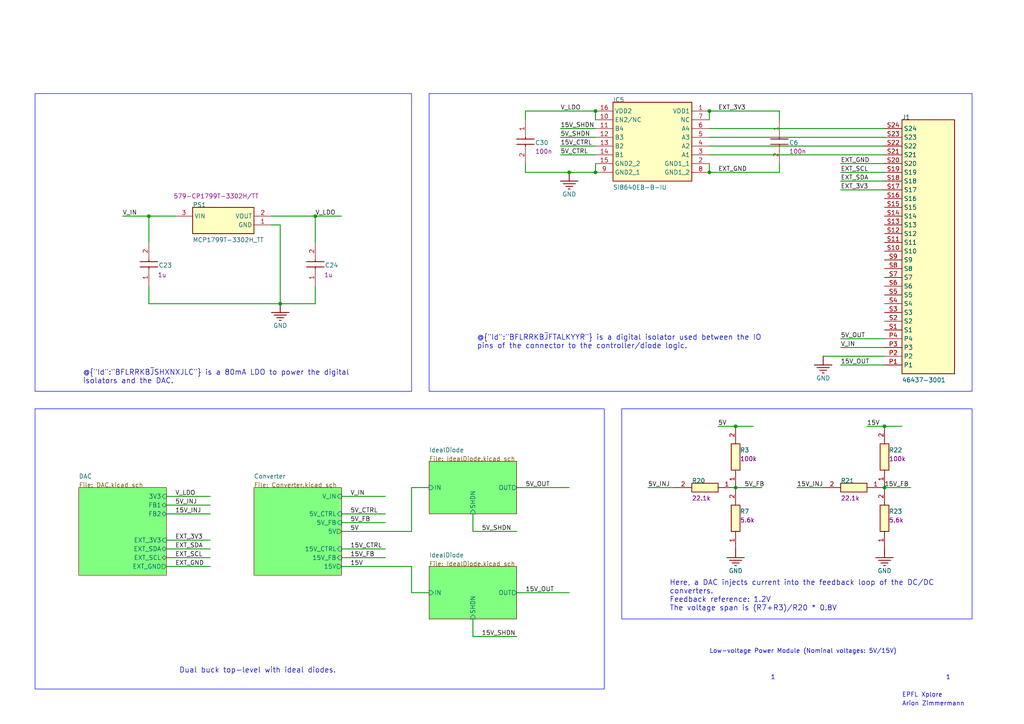
<source format=kicad_sch>
(kicad_sch (version 20230121) (generator eeschema)
  (paper "A4")
  (lib_symbols
    (symbol "Module-altium-import:GND_Style4" (power)
      (property "Reference" "#PWR" (at 0 0 0))
      (property "Value" "GND" (at 0 6.35 0))
      (symbol "GND_Style4_0_0"
        (polyline (pts (xy -2.54 -2.54) (xy 2.54 -2.54)) (stroke (width 0.254)))
        (polyline (pts (xy -1.778 -3.302) (xy 1.778 -3.302)) (stroke (width 0.254)))
        (polyline (pts (xy -1.016 -4.064) (xy 1.016 -4.064)) (stroke (width 0.254)))
        (polyline (pts (xy -0.254 -4.826) (xy 0.254 -4.826)) (stroke (width 0.254)))
        (polyline (pts (xy 0 0) (xy 0 -2.54)) (stroke (width 0.254)))
        (pin power_in line (at 0 0 0) (length 0) hide (name "GND") (number ""))
      )
    )
    (symbol "Module-altium-import:root_0_MCP1799T-3302H_TT"
      (symbol "root_0_MCP1799T-3302H_TT_1_0"
        (rectangle (start 22.86 2.54) (end 5.08 -5.08) (stroke (width 0.254)) (fill (type background)))
        (pin passive line (at 27.94 -2.54 180) (length 5.08) (name "GND") (number "1"))
        (pin passive line (at 27.94 0 180) (length 5.08) (name "VOUT") (number "2"))
        (pin passive line (at 0 0 0) (length 5.08) (name "VIN") (number "3"))
      )
    )
    (symbol "Module-altium-import:root_0_SI8640EB-B-IU"
      (symbol "root_0_SI8640EB-B-IU_1_0"
        (rectangle (start 27.94 2.54) (end 5.08 -20.32) (stroke (width 0.254)) (fill (type background)))
        (pin passive line (at 33.02 0 180) (length 5.08) (name "VDD1") (number "1"))
        (pin passive line (at 0 -2.54 0) (length 5.08) (name "EN2/NC") (number "10"))
        (pin passive line (at 0 -5.08 0) (length 5.08) (name "B4") (number "11"))
        (pin passive line (at 0 -7.62 0) (length 5.08) (name "B3") (number "12"))
        (pin passive line (at 0 -10.16 0) (length 5.08) (name "B2") (number "13"))
        (pin passive line (at 0 -12.7 0) (length 5.08) (name "B1") (number "14"))
        (pin passive line (at 0 -15.24 0) (length 5.08) (name "GND2_2") (number "15"))
        (pin passive line (at 0 0 0) (length 5.08) (name "VDD2") (number "16"))
        (pin passive line (at 33.02 -15.24 180) (length 5.08) (name "GND1_1") (number "2"))
        (pin passive line (at 33.02 -12.7 180) (length 5.08) (name "A1") (number "3"))
        (pin passive line (at 33.02 -10.16 180) (length 5.08) (name "A2") (number "4"))
        (pin passive line (at 33.02 -7.62 180) (length 5.08) (name "A3") (number "5"))
        (pin passive line (at 33.02 -5.08 180) (length 5.08) (name "A4") (number "6"))
        (pin passive line (at 33.02 -2.54 180) (length 5.08) (name "NC") (number "7"))
        (pin passive line (at 33.02 -17.78 180) (length 5.08) (name "GND1_2") (number "8"))
        (pin passive line (at 0 -17.78 0) (length 5.08) (name "GND2_1") (number "9"))
      )
    )
    (symbol "Module-altium-import:root_1_C1206C105K5RAC"
      (symbol "root_1_C1206C105K5RAC_1_0"
        (polyline (pts (xy -2.54 5.588) (xy 2.54 5.588)) (stroke (width 0.254)))
        (polyline (pts (xy -2.54 7.112) (xy 2.54 7.112)) (stroke (width 0.254)))
        (polyline (pts (xy 0 5.08) (xy 0 5.588)) (stroke (width 0.254)))
        (polyline (pts (xy 0 7.112) (xy 0 7.62)) (stroke (width 0.254)))
        (pin passive line (at 0 0 90) (length 5.08) (name "1") (number "1"))
        (pin passive line (at 0 12.7 270) (length 5.08) (name "2") (number "2"))
      )
    )
    (symbol "Module-altium-import:root_1_CRCW0603100KFKEAC"
      (symbol "root_1_CRCW0603100KFKEAC_1_0"
        (rectangle (start 1.27 12.7) (end -1.27 5.08) (stroke (width 0.254)) (fill (type background)))
        (pin passive line (at 0 0 90) (length 5.08) (name "1") (number "1"))
        (pin passive line (at 0 17.78 270) (length 5.08) (name "2") (number "2"))
      )
    )
    (symbol "Module-altium-import:root_1_CRCW06035K62FKEB"
      (symbol "root_1_CRCW06035K62FKEB_1_0"
        (rectangle (start 1.27 12.7) (end -1.27 5.08) (stroke (width 0.254)) (fill (type background)))
        (pin passive line (at 0 0 90) (length 5.08) (name "1") (number "1"))
        (pin passive line (at 0 17.78 270) (length 5.08) (name "2") (number "2"))
      )
    )
    (symbol "Module-altium-import:root_2_46437-3001"
      (symbol "root_2_46437-3001_1_0"
        (rectangle (start -5.08 106.68) (end -20.32 33.02) (stroke (width 0.254)) (fill (type background)))
        (pin passive line (at -25.4 35.56 0) (length 5.08) (name "P1") (number "P1"))
        (pin passive line (at -25.4 38.1 0) (length 5.08) (name "P2") (number "P2"))
        (pin passive line (at -25.4 40.64 0) (length 5.08) (name "P3") (number "P3"))
        (pin passive line (at -25.4 43.18 0) (length 5.08) (name "P4") (number "P4"))
        (pin passive line (at -25.4 45.72 0) (length 5.08) (name "S1") (number "S1"))
        (pin passive line (at -25.4 68.58 0) (length 5.08) (name "S10") (number "S10"))
        (pin passive line (at -25.4 71.12 0) (length 5.08) (name "S11") (number "S11"))
        (pin passive line (at -25.4 73.66 0) (length 5.08) (name "S12") (number "S12"))
        (pin passive line (at -25.4 76.2 0) (length 5.08) (name "S13") (number "S13"))
        (pin passive line (at -25.4 78.74 0) (length 5.08) (name "S14") (number "S14"))
        (pin passive line (at -25.4 81.28 0) (length 5.08) (name "S15") (number "S15"))
        (pin passive line (at -25.4 83.82 0) (length 5.08) (name "S16") (number "S16"))
        (pin passive line (at -25.4 86.36 0) (length 5.08) (name "S17") (number "S17"))
        (pin passive line (at -25.4 88.9 0) (length 5.08) (name "S18") (number "S18"))
        (pin passive line (at -25.4 91.44 0) (length 5.08) (name "S19") (number "S19"))
        (pin passive line (at -25.4 48.26 0) (length 5.08) (name "S2") (number "S2"))
        (pin passive line (at -25.4 93.98 0) (length 5.08) (name "S20") (number "S20"))
        (pin passive line (at -25.4 96.52 0) (length 5.08) (name "S21") (number "S21"))
        (pin passive line (at -25.4 99.06 0) (length 5.08) (name "S22") (number "S22"))
        (pin passive line (at -25.4 101.6 0) (length 5.08) (name "S23") (number "S23"))
        (pin passive line (at -25.4 104.14 0) (length 5.08) (name "S24") (number "S24"))
        (pin passive line (at -25.4 50.8 0) (length 5.08) (name "S3") (number "S3"))
        (pin passive line (at -25.4 53.34 0) (length 5.08) (name "S4") (number "S4"))
        (pin passive line (at -25.4 55.88 0) (length 5.08) (name "S5") (number "S5"))
        (pin passive line (at -25.4 58.42 0) (length 5.08) (name "S6") (number "S6"))
        (pin passive line (at -25.4 60.96 0) (length 5.08) (name "S7") (number "S7"))
        (pin passive line (at -25.4 63.5 0) (length 5.08) (name "S8") (number "S8"))
        (pin passive line (at -25.4 66.04 0) (length 5.08) (name "S9") (number "S9"))
      )
    )
    (symbol "Module-altium-import:root_2_CRCW06037K50FKEB"
      (symbol "root_2_CRCW06037K50FKEB_1_0"
        (rectangle (start -5.08 1.27) (end -12.7 -1.27) (stroke (width 0.254)) (fill (type background)))
        (pin passive line (at 0 0 180) (length 5.08) (name "1") (number "1"))
        (pin passive line (at -17.78 0 0) (length 5.08) (name "2") (number "2"))
      )
    )
    (symbol "Module-altium-import:root_3_C0603C104K5RACTU"
      (symbol "root_3_C0603C104K5RACTU_1_0"
        (polyline (pts (xy 0 -7.112) (xy 0 -7.62)) (stroke (width 0.254)))
        (polyline (pts (xy 0 -5.08) (xy 0 -5.588)) (stroke (width 0.254)))
        (polyline (pts (xy 2.54 -7.112) (xy -2.54 -7.112)) (stroke (width 0.254)))
        (polyline (pts (xy 2.54 -5.588) (xy -2.54 -5.588)) (stroke (width 0.254)))
        (pin passive line (at 0 0 270) (length 5.08) (name "1") (number "1"))
        (pin passive line (at 0 -12.7 90) (length 5.08) (name "2") (number "2"))
      )
    )
  )
  (junction (at 81.28 88.0872))
  (junction (at 165.1 49.9872))
  (junction (at 172.72 32.2072))
  (junction (at 205.74 32.2072))
  (junction (at 172.72 49.9872))
  (junction (at 213.36 141.4272))
  (junction (at 256.54 141.4272))
  (junction (at 213.36 123.6472))
  (junction (at 91.44 62.6872))
  (junction (at 205.74 49.9872))
  (junction (at 43.18 62.6872))
  (junction (at 256.54 123.6472))
  (wire (pts (xy 226.06 32.2072) (xy 226.06 34.7472)) (stroke (width 0.254)))
  (wire (pts (xy 172.72 32.2072) (xy 152.4 32.2072)) (stroke (width 0.254)))
  (wire (pts (xy 165.1 141.4272) (xy 149.86 141.4272)) (stroke (width 0.254)))
  (wire (pts (xy 91.44 88.0872) (xy 91.44 83.0072)) (stroke (width 0.254)))
  (wire (pts (xy 119.38 164.2872) (xy 119.38 171.9072)) (stroke (width 0.254)))
  (wire (pts (xy 256.54 47.4472) (xy 243.84 47.4472)) (stroke (width 0.254)))
  (wire (pts (xy 256.54 100.7872) (xy 243.84 100.7872)) (stroke (width 0.254)))
  (wire (pts (xy 60.96 143.9672) (xy 48.26 143.9672)) (stroke (width 0.254)))
  (wire (pts (xy 81.28 88.0872) (xy 91.44 88.0872)) (stroke (width 0.254)))
  (wire (pts (xy 60.96 159.2072) (xy 48.26 159.2072)) (stroke (width 0.254)))
  (wire (pts (xy 205.74 42.3672) (xy 256.54 42.3672)) (stroke (width 0.254)))
  (wire (pts (xy 111.76 151.5872) (xy 99.06 151.5872)) (stroke (width 0.254)))
  (wire (pts (xy 243.84 55.0672) (xy 256.54 55.0672)) (stroke (width 0.254)))
  (wire (pts (xy 208.28 123.6472) (xy 213.36 123.6472)) (stroke (width 0.254)))
  (wire (pts (xy 81.28 88.0872) (xy 81.28 65.2272)) (stroke (width 0.254)))
  (wire (pts (xy 226.06 47.4472) (xy 226.06 49.9872)) (stroke (width 0.254)))
  (wire (pts (xy 119.38 154.1272) (xy 119.38 141.4272)) (stroke (width 0.254)))
  (wire (pts (xy 187.96 141.4272) (xy 195.58 141.4272)) (stroke (width 0.254)))
  (wire (pts (xy 172.72 34.7472) (xy 172.72 32.2072)) (stroke (width 0.254)))
  (wire (pts (xy 152.4 32.2072) (xy 152.4 34.7472)) (stroke (width 0.254)))
  (wire (pts (xy 43.18 83.0072) (xy 43.18 88.0872)) (stroke (width 0.254)))
  (wire (pts (xy 137.16 154.1272) (xy 149.86 154.1272)) (stroke (width 0.254)))
  (wire (pts (xy 60.96 164.2872) (xy 48.26 164.2872)) (stroke (width 0.254)))
  (wire (pts (xy 99.06 149.0472) (xy 111.76 149.0472)) (stroke (width 0.254)))
  (wire (pts (xy 256.54 103.3272) (xy 238.76 103.3272)) (stroke (width 0.254)))
  (wire (pts (xy 137.16 149.0472) (xy 137.16 154.1272)) (stroke (width 0.254)))
  (wire (pts (xy 251.46 123.6472) (xy 256.54 123.6472)) (stroke (width 0.254)))
  (wire (pts (xy 91.44 62.6872) (xy 78.74 62.6872)) (stroke (width 0.254)))
  (wire (pts (xy 172.72 49.9872) (xy 172.72 47.4472)) (stroke (width 0.254)))
  (wire (pts (xy 99.06 159.2072) (xy 111.76 159.2072)) (stroke (width 0.254)))
  (wire (pts (xy 243.84 98.2472) (xy 256.54 98.2472)) (stroke (width 0.254)))
  (wire (pts (xy 256.54 39.8272) (xy 205.74 39.8272)) (stroke (width 0.254)))
  (wire (pts (xy 60.96 161.7472) (xy 48.26 161.7472)) (stroke (width 0.254)))
  (wire (pts (xy 205.74 37.2872) (xy 256.54 37.2872)) (stroke (width 0.254)))
  (wire (pts (xy 119.38 171.9072) (xy 124.46 171.9072)) (stroke (width 0.254)))
  (wire (pts (xy 91.44 70.3072) (xy 91.44 62.6872)) (stroke (width 0.254)))
  (wire (pts (xy 152.4 49.9872) (xy 165.1 49.9872)) (stroke (width 0.254)))
  (wire (pts (xy 213.36 123.6472) (xy 218.44 123.6472)) (stroke (width 0.254)))
  (wire (pts (xy 99.06 164.2872) (xy 119.38 164.2872)) (stroke (width 0.254)))
  (wire (pts (xy 48.26 156.6672) (xy 60.96 156.6672)) (stroke (width 0.254)))
  (wire (pts (xy 99.06 154.1272) (xy 119.38 154.1272)) (stroke (width 0.254)))
  (wire (pts (xy 231.14 141.4272) (xy 238.76 141.4272)) (stroke (width 0.254)))
  (wire (pts (xy 256.54 141.4272) (xy 264.16 141.4272)) (stroke (width 0.254)))
  (wire (pts (xy 91.44 62.6872) (xy 99.06 62.6872)) (stroke (width 0.254)))
  (wire (pts (xy 162.56 39.8272) (xy 172.72 39.8272)) (stroke (width 0.254)))
  (wire (pts (xy 35.56 62.6872) (xy 43.18 62.6872)) (stroke (width 0.254)))
  (wire (pts (xy 256.54 44.9072) (xy 205.74 44.9072)) (stroke (width 0.254)))
  (wire (pts (xy 43.18 62.6872) (xy 50.8 62.6872)) (stroke (width 0.254)))
  (wire (pts (xy 205.74 49.9872) (xy 205.74 47.4472)) (stroke (width 0.254)))
  (wire (pts (xy 48.26 149.0472) (xy 60.96 149.0472)) (stroke (width 0.254)))
  (wire (pts (xy 149.86 184.6072) (xy 137.16 184.6072)) (stroke (width 0.254)))
  (wire (pts (xy 43.18 70.3072) (xy 43.18 62.6872)) (stroke (width 0.254)))
  (wire (pts (xy 205.74 34.7472) (xy 205.74 32.2072)) (stroke (width 0.254)))
  (wire (pts (xy 43.18 88.0872) (xy 81.28 88.0872)) (stroke (width 0.254)))
  (wire (pts (xy 152.4 47.4472) (xy 152.4 49.9872)) (stroke (width 0.254)))
  (wire (pts (xy 226.06 49.9872) (xy 205.74 49.9872)) (stroke (width 0.254)))
  (wire (pts (xy 256.54 123.6472) (xy 261.62 123.6472)) (stroke (width 0.254)))
  (wire (pts (xy 213.36 141.4272) (xy 220.98 141.4272)) (stroke (width 0.254)))
  (wire (pts (xy 205.74 32.2072) (xy 226.06 32.2072)) (stroke (width 0.254)))
  (wire (pts (xy 137.16 184.6072) (xy 137.16 179.5272)) (stroke (width 0.254)))
  (wire (pts (xy 256.54 52.5272) (xy 243.84 52.5272)) (stroke (width 0.254)))
  (wire (pts (xy 111.76 161.7472) (xy 99.06 161.7472)) (stroke (width 0.254)))
  (wire (pts (xy 165.1 171.9072) (xy 149.86 171.9072)) (stroke (width 0.254)))
  (wire (pts (xy 162.56 42.3672) (xy 172.72 42.3672)) (stroke (width 0.254)))
  (wire (pts (xy 111.76 143.9672) (xy 99.06 143.9672)) (stroke (width 0.254)))
  (wire (pts (xy 256.54 105.8672) (xy 243.84 105.8672)) (stroke (width 0.254)))
  (wire (pts (xy 165.1 49.9872) (xy 172.72 49.9872)) (stroke (width 0.254)))
  (wire (pts (xy 119.38 141.4272) (xy 124.46 141.4272)) (stroke (width 0.254)))
  (wire (pts (xy 48.26 146.5072) (xy 60.96 146.5072)) (stroke (width 0.254)))
  (wire (pts (xy 162.56 44.9072) (xy 172.72 44.9072)) (stroke (width 0.254)))
  (wire (pts (xy 243.84 49.9872) (xy 256.54 49.9872)) (stroke (width 0.254)))
  (wire (pts (xy 162.56 37.2872) (xy 172.72 37.2872)) (stroke (width 0.254)))
  (wire (pts (xy 81.28 65.2272) (xy 78.74 65.2272)) (stroke (width 0.254)))
  (rectangle (start 175.26 118.5672) (end 10.16 199.8472) (stroke (width 0) (color 0 0 255 1)))
  (rectangle (start 119.38 27.1272) (end 10.16 113.4872) (stroke (width 0) (color 0 0 255 1)))
  (rectangle (start 281.94 118.5672) (end 180.34 179.5272) (stroke (width 0) (color 0 0 255 1)))
  (rectangle (start 281.94 27.1272) (end 124.46 113.4872) (stroke (width 0) (color 0 0 255 1)))
  (text_box "Dual buck top-level with ideal diodes." (at 137.16 192.2272 0) (size -86.36 7.62) (stroke (width -0.0001) (color 0 0 0 1)) (effects (font (size 1.524 1.524)) (justify left top)))
  (text_box "@{\"Id\":\"BFLRRKB~{J}FTALKYYR\"} is a digital isolator used between the IO pins of the connector to the controller/diode logic." (at 223.52 95.7072 0) (size -86.36 10.16) (stroke (width -0.0001) (color 0 0 0 1)) (effects (font (size 1.524 1.524)) (justify left top)))
  (text_box "@{\"Id\":\"BFLRRKB~{J}SHXNXJLC\"} is a 80mA LDO to power the digital isolators and the DAC." (at 109.22 105.8672 0) (size -86.36 7.62) (stroke (width -0.0001) (color 0 0 0 1)) (effects (font (size 1.524 1.524)) (justify left top)))
  (text_box "Here, a DAC injects current into the feedback loop of the DC/DC converters.\nFeedback reference: 1.2V\nThe voltage span is (R7+R3)/R20 * 0.8V" (at 279.4 166.8272 0) (size -86.36 12.7) (stroke (width -0.0001) (color 0 0 0 1)) (effects (font (size 1.524 1.524)) (justify left top)))
  (text "Arion Zimmermann" (at 261.62 204.9272 0) (effects (font (size 1.27 1.27)) (justify left bottom)))
  (text "1" (at 274.32 197.3072 0) (effects (font (size 1.27 1.27)) (justify left bottom)))
  (text "EPFL Xplore" (at 261.62 202.3872 0) (effects (font (size 1.27 1.27)) (justify left bottom)))
  (text "1" (at 223.52 197.3072 0) (effects (font (size 1.27 1.27)) (justify left bottom)))
  (text "Low-voltage Power Module (Nominal voltages: 5V/15V)" (at 205.74 189.6872 0) (effects (font (size 1.27 1.27)) (justify left bottom)))
  (label "V_IN" (at 35.56 62.6872 180))
  (label "15V_SHDN" (at 139.7 184.6072 180))
  (label "EXT_SCL" (at 243.84 49.9872 180))
  (label "EXT_GND" (at 243.84 47.4472 180))
  (label "EXT_GND" (at 50.8 164.2872 180))
  (label "15V_FB" (at 101.6 161.7472 180))
  (label "5V_FB" (at 101.6 151.5872 180))
  (label "EXT_SDA" (at 50.8 159.2072 180))
  (label "5V" (at 101.6 154.1272 180))
  (label "V_LDO" (at 162.56 32.2072 180))
  (label "5V_CTRL" (at 162.56 44.9072 180))
  (label "5V" (at 208.28 123.6472 180))
  (label "5V_INJ" (at 187.96 141.4272 180))
  (label "15V_FB" (at 256.54 141.4272 180))
  (label "15V_OUT" (at 243.84 105.8672 180))
  (label "5V_CTRL" (at 101.6 149.0472 180))
  (label "EXT_SCL" (at 50.8 161.7472 180))
  (label "15V" (at 251.46 123.6472 180))
  (label "15V_CTRL" (at 101.6 159.2072 180))
  (label "5V_INJ" (at 50.8 146.5072 180))
  (label "15V_INJ" (at 50.8 149.0472 180))
  (label "EXT_3V3" (at 50.8 156.6672 180))
  (label "5V_SHDN" (at 139.7 154.1272 180))
  (label "V_IN" (at 101.6 143.9672 180))
  (label "V_IN" (at 243.84 100.7872 180))
  (label "EXT_SDA" (at 243.84 52.5272 180))
  (label "15V_OUT" (at 152.4 171.9072 180))
  (label "15V_INJ" (at 231.14 141.4272 180))
  (label "5V_SHDN" (at 162.56 39.8272 180))
  (label "5V_OUT" (at 152.4 141.4272 180))
  (label "15V" (at 101.6 164.2872 180))
  (label "5V_FB" (at 215.9 141.4272 180))
  (label "V_LDO" (at 91.44 62.6872 180))
  (label "5V_OUT" (at 243.84 98.2472 180))
  (label "15V_SHDN" (at 162.56 37.2872 180))
  (label "15V_CTRL" (at 162.56 42.3672 180))
  (label "EXT_3V3" (at 208.28 32.2072 180))
  (label "EXT_3V3" (at 243.84 55.0672 180))
  (label "EXT_GND" (at 208.28 49.9872 180))
  (label "V_LDO" (at 50.8 143.9672 180))
  (symbol (lib_id "Module-altium-import:root_1_CRCW0603100KFKEAC") (at 213.36 141.4272 0) (unit 1)
    (property "Reference" "R3" (at 214.63 131.2672 0) (effects (justify left bottom)))
    (property "Value" "CRCW0603100KJNEAC" (effects hide))
    (property "Footprint" "C__Users_Arion_Documents_AltiumLL_SamacSys.PcbLib:RESC1608X55N" (effects hide))
    (property "DATASHEET LINK" "https://www.mouser.com/datasheet/2/427/crcwce3-1223726.pdf" (effects hide))
    (property "HEIGHT" "0.55mm" (effects hide))
    (property "MANUFACTURER_NAME" "Vishay" (effects hide))
    (property "MANUFACTURER_PART_NUMBER" "CRCW0603100KFKEAC" (effects hide))
    (property "MOUSER PART NUMBER" "71-CRCW0603100KFKEAC" (effects hide))
    (property "MOUSER PRICE/STOCK" "https://www.mouser.co.uk/ProductDetail/Vishay-Dale/CRCW0603100KFKEAC?qs=E3Y5ESvWgWPxzfNYyMgX1w%3D%3D" (effects hide))
    (property "ARROW PART NUMBER" "CRCW0603100KFKEAC" (effects hide))
    (property "ARROW PRICE/STOCK" "https://www.arrow.com/en/products/crcw0603100kfkeac/vishay" (effects hide))
    (property "ALTIUM_VALUE" "100k" (at 214.63 133.8072 0) (effects (justify left bottom)))
    (property "SUPPLIER 1" "Mouser" (effects hide))
    (property "SUPPLIER PART NUMBER 1" "71-CRCW0603100KJNEAC" (effects hide))
  )
  (symbol (lib_id "Module-altium-import:root_1_CRCW06035K62FKEB") (at 256.54 159.2072 0) (unit 1)
    (property "Reference" "R23" (at 257.81 149.0472 0) (effects (justify left bottom)))
    (property "Value" "CRCW06035K60JNEAC" (effects hide))
    (property "Footprint" "C__Users_Arion_Documents_AltiumLL_SamacSys.PcbLib:RESC1608X50N" (effects hide))
    (property "DATASHEET LINK" "http://www.vishay.com/docs/20035/dcrcwe3.pdf" (effects hide))
    (property "HEIGHT" "0.5mm" (effects hide))
    (property "MANUFACTURER_NAME" "Vishay" (effects hide))
    (property "MANUFACTURER_PART_NUMBER" "CRCW06035K62FKEB" (effects hide))
    (property "MOUSER PART NUMBER" "71-CRCW06035K62FKEB" (effects hide))
    (property "MOUSER PRICE/STOCK" "https://www.mouser.co.uk/ProductDetail/Vishay-Dale/CRCW06035K62FKEB?qs=P6ImCWcZKGBvDktlVJxa7w%3D%3D" (effects hide))
    (property "ALTIUM_VALUE" "5.6k" (at 257.81 151.5872 0) (effects (justify left bottom)))
    (property "SUPPLIER 1" "Mouser" (effects hide))
    (property "SUPPLIER PART NUMBER 1" "71-CRCW06035K60JNEAC" (effects hide))
  )
  (symbol (lib_id "Module-altium-import:root_2_CRCW06037K50FKEB") (at 213.36 141.4272 0) (unit 1)
    (property "Reference" "R20" (at 200.66 140.1572 0) (effects (justify left bottom)))
    (property "Value" "CRCW060322K1FKEB" (effects hide))
    (property "Footprint" "C__Users_Arion_Documents_AltiumLL_SamacSys.PcbLib:RESC1608X50N" (effects hide))
    (property "DATASHEET LINK" "http://www.vishay.com/docs/20035/dcrcwe3.pdf" (effects hide))
    (property "HEIGHT" "0.5mm" (effects hide))
    (property "MANUFACTURER_NAME" "Vishay" (effects hide))
    (property "MANUFACTURER_PART_NUMBER" "CRCW06037K50FKEB" (effects hide))
    (property "MOUSER PART NUMBER" "71-CRCW06037K50FKEB" (effects hide))
    (property "MOUSER PRICE/STOCK" "https://www.mouser.co.uk/ProductDetail/Vishay-Dale/CRCW06037K50FKEB?qs=2ihuRUavkaTvW2vO4EimMQ%3D%3D" (effects hide))
    (property "ALTIUM_VALUE" "22.1k" (at 200.66 145.2372 0) (effects (justify left bottom)))
    (property "SUPPLIER 1" "Mouser" (effects hide))
    (property "SUPPLIER PART NUMBER 1" "71-CRCW060322K1FKEB" (effects hide))
  )
  (symbol (lib_id "Module-altium-import:root_2_46437-3001") (at 281.94 141.4272 0) (unit 1)
    (property "Reference" "J1" (at 261.62 34.7472 0) (effects (justify left bottom)))
    (property "Value" "46437-3001" (at 261.62 110.9472 0) (effects (justify left bottom)))
    (property "Footprint" "464373001" (effects hide))
    (property "DATASHEET LINK" "https://componentsearchengine.com/Datasheets/1/46437-3007.pdf" (effects hide))
    (property "HEIGHT" "10mm" (effects hide))
    (property "MANUFACTURER_NAME" "Molex" (effects hide))
    (property "MANUFACTURER_PART_NUMBER" "46437-3001" (effects hide))
    (property "MOUSER PART NUMBER" "538-46437-3001" (effects hide))
    (property "MOUSER PRICE/STOCK" "https://www.mouser.com/Search/Refine.aspx?Keyword=538-46437-3007" (effects hide))
    (property "SYSTEM" "Connector" (effects hide))
  )
  (symbol (lib_id "Module-altium-import:root_3_C0603C104K5RACTU") (at 152.4 34.7472 0) (unit 1)
    (property "Reference" "C30" (at 155.194 42.1132 0) (effects (justify left bottom)))
    (property "Value" "C0603C104K5RACTU" (effects hide))
    (property "Footprint" "C__Users_Arion_Documents_AltiumLL_SamacSys.PcbLib:CAPC1608X95N" (effects hide))
    (property "DATASHEET LINK" "http://www.farnell.com/datasheets/2205446.pdf" (effects hide))
    (property "HEIGHT" "0.95mm" (effects hide))
    (property "MANUFACTURER_NAME" "Kemet" (effects hide))
    (property "MANUFACTURER_PART_NUMBER" "C0603C104K5RACTU" (effects hide))
    (property "MOUSER PART NUMBER" "80-C0603C104K5R" (effects hide))
    (property "MOUSER PRICE/STOCK" "https://www.mouser.co.uk/ProductDetail/KEMET/C0603C104K5RACTU?qs=l5k%252BbMnNDkkVcnZPSAaaiQ%3D%3D" (effects hide))
    (property "ARROW PART NUMBER" "C0603C104K5RACTU" (effects hide))
    (property "ARROW PRICE/STOCK" "https://www.arrow.com/en/products/c0603c104k5ractu/kemet-corporation" (effects hide))
    (property "ALTIUM_VALUE" "100n" (at 155.194 44.6532 0) (effects (justify left bottom)))
    (property "SUPPLIER 1" "Mouser" (effects hide))
    (property "SUPPLIER PART NUMBER 1" "80-C0603C104K5R" (effects hide))
  )
  (symbol (lib_id "Module-altium-import:root_0_SI8640EB-B-IU") (at 172.72 32.2072 0) (unit 1)
    (property "Reference" "IC5" (at 177.8 29.6672 0) (effects (justify left bottom)))
    (property "Value" "SI8640EB-B-IU" (at 177.8 55.0672 0) (effects (justify left bottom)))
    (property "Footprint" "C__Users_Arion_Documents_AltiumLL_SamacSys.PcbLib:SOP64P600X175-16N" (effects hide))
    (property "DATASHEET LINK" "https://www.mouser.in/datasheet/2/472/si864x_datasheet-2507790.pdf" (effects hide))
    (property "HEIGHT" "1.75mm" (effects hide))
    (property "MANUFACTURER_NAME" "Skyworks" (effects hide))
    (property "MANUFACTURER_PART_NUMBER" "SI8640EB-B-IU" (effects hide))
    (property "MOUSER PART NUMBER" "634-SI8640EB-B-IU" (effects hide))
    (property "MOUSER PRICE/STOCK" "https://www.mouser.co.uk/ProductDetail/Skyworks-Solutions-Inc/SI8640EB-B-IU?qs=1mbolxNpo8djAX8%252BwHCeQQ%3D%3D" (effects hide))
  )
  (symbol (lib_id "Module-altium-import:root_1_CRCW06035K62FKEB") (at 213.36 159.2072 0) (unit 1)
    (property "Reference" "R7" (at 214.63 149.0472 0) (effects (justify left bottom)))
    (property "Value" "CRCW06035K60JNEAC" (effects hide))
    (property "Footprint" "C__Users_Arion_Documents_AltiumLL_SamacSys.PcbLib:RESC1608X50N" (effects hide))
    (property "DATASHEET LINK" "http://www.vishay.com/docs/20035/dcrcwe3.pdf" (effects hide))
    (property "HEIGHT" "0.5mm" (effects hide))
    (property "MANUFACTURER_NAME" "Vishay" (effects hide))
    (property "MANUFACTURER_PART_NUMBER" "CRCW06035K62FKEB" (effects hide))
    (property "MOUSER PART NUMBER" "71-CRCW06035K62FKEB" (effects hide))
    (property "MOUSER PRICE/STOCK" "https://www.mouser.co.uk/ProductDetail/Vishay-Dale/CRCW06035K62FKEB?qs=P6ImCWcZKGBvDktlVJxa7w%3D%3D" (effects hide))
    (property "ALTIUM_VALUE" "5.6k" (at 214.63 151.5872 0) (effects (justify left bottom)))
    (property "SUPPLIER 1" "Mouser" (effects hide))
    (property "SUPPLIER PART NUMBER 1" "71-CRCW06035K60JNEAC" (effects hide))
  )
  (symbol (lib_id "Module-altium-import:root_1_CRCW0603100KFKEAC") (at 256.54 141.4272 0) (unit 1)
    (property "Reference" "R22" (at 257.81 131.2672 0) (effects (justify left bottom)))
    (property "Value" "CRCW0603100KJNEAC" (effects hide))
    (property "Footprint" "C__Users_Arion_Documents_AltiumLL_SamacSys.PcbLib:RESC1608X55N" (effects hide))
    (property "DATASHEET LINK" "https://www.mouser.com/datasheet/2/427/crcwce3-1223726.pdf" (effects hide))
    (property "HEIGHT" "0.55mm" (effects hide))
    (property "MANUFACTURER_NAME" "Vishay" (effects hide))
    (property "MANUFACTURER_PART_NUMBER" "CRCW0603100KFKEAC" (effects hide))
    (property "MOUSER PART NUMBER" "71-CRCW0603100KFKEAC" (effects hide))
    (property "MOUSER PRICE/STOCK" "https://www.mouser.co.uk/ProductDetail/Vishay-Dale/CRCW0603100KFKEAC?qs=E3Y5ESvWgWPxzfNYyMgX1w%3D%3D" (effects hide))
    (property "ARROW PART NUMBER" "CRCW0603100KFKEAC" (effects hide))
    (property "ARROW PRICE/STOCK" "https://www.arrow.com/en/products/crcw0603100kfkeac/vishay" (effects hide))
    (property "ALTIUM_VALUE" "100k" (at 257.81 133.8072 0) (effects (justify left bottom)))
    (property "SUPPLIER 1" "Mouser" (effects hide))
    (property "SUPPLIER PART NUMBER 1" "71-CRCW0603100KJNEAC" (effects hide))
  )
  (symbol (lib_id "Module-altium-import:GND_Style4") (at 213.36 159.2072 0) (unit 1)
    (property "Reference" "#PWR?" (effects hide))
    (property "Value" "GND" (at 213.36 165.5572 0))
  )
  (symbol (lib_id "Module-altium-import:root_0_MCP1799T-3302H_TT") (at 50.8 62.6872 0) (unit 1)
    (property "Reference" "PS1" (at 55.88 60.1472 0) (effects (justify left bottom)))
    (property "Value" "MCP1799T-3302H_TT" (at 55.88 70.3072 0) (effects (justify left bottom)))
    (property "Footprint" "C__Users_Arion_Documents_AltiumLL_SamacSys.PcbLib:SOT95P237X112-3N" (effects hide))
    (property "DATASHEET LINK" "https://ms.componentsearchengine.com/Datasheets/1/MCP1799T-3302H_TT.pdf" (effects hide))
    (property "HEIGHT" "1.12mm" (effects hide))
    (property "MANUFACTURER_NAME" "Microchip" (effects hide))
    (property "MANUFACTURER_PART_NUMBER" "MCP1799T-3302H/TT" (effects hide))
    (property "MOUSER PART NUMBER" "579-CP1799T-3302H/TT" (effects hide))
    (property "MOUSER PRICE/STOCK" "https://www.mouser.co.uk/ProductDetail/Microchip-Technology-Atmel/MCP1799T-3302H-TT?qs=BJlw7L4Cy78EAGTR6Iuibw%3D%3D" (effects hide))
    (property "ARROW PART NUMBER" "MCP1799T-3302H/TT" (effects hide))
    (property "ARROW PRICE/STOCK" "https://www.arrow.com/en/products/mcp1799t-3302htt/microchip-technology?region=nac" (effects hide))
    (property "SUPPLIER 1" "Mouser" (effects hide))
    (property "SUPPLIER PART NUMBER 1" "579-CP1799T-3302H/TT" (at 50.292 57.6072 0) (effects (justify left bottom)))
  )
  (symbol (lib_id "Module-altium-import:root_1_C1206C105K5RAC") (at 43.18 83.0072 0) (unit 1)
    (property "Reference" "C23" (at 45.974 77.6732 0) (effects (justify left bottom)))
    (property "Value" "C1206C105K5RAC" (effects hide))
    (property "Footprint" "C__Users_Arion_Documents_AltiumLL_SamacSys.PcbLib:CAPC3216X110N" (effects hide))
    (property "DATASHEET LINK" "https://www.kemet.com/specsheet/C1206C105K5RACTU" (effects hide))
    (property "HEIGHT" "1.1mm" (effects hide))
    (property "MANUFACTURER_NAME" "KEMET" (effects hide))
    (property "MANUFACTURER_PART_NUMBER" "C1206C105K5RAC" (effects hide))
    (property "MOUSER PART NUMBER" "80-C1206C105K5RAC" (effects hide))
    (property "MOUSER PRICE/STOCK" "https://www.mouser.co.uk/ProductDetail/KEMET/C1206C105K5RAC?qs=NTAB53G5bVDYFBtoIe7UwQ%3D%3D" (effects hide))
    (property "ARROW PART NUMBER" "C1206C105K5RAC" (effects hide))
    (property "ARROW PRICE/STOCK" "https://www.arrow.com/en/products/c1206c105k5rac/kemet-corporation" (effects hide))
    (property "ALTIUM_VALUE" "1u" (at 45.72 80.4672 0) (effects (justify left bottom)))
  )
  (symbol (lib_id "Module-altium-import:GND_Style4") (at 165.1 49.9872 0) (unit 1)
    (property "Reference" "#PWR?" (effects hide))
    (property "Value" "GND" (at 165.1 56.3372 0))
  )
  (symbol (lib_id "Module-altium-import:GND_Style4") (at 81.28 88.0872 0) (unit 1)
    (property "Reference" "#PWR?" (effects hide))
    (property "Value" "GND" (at 81.28 94.4372 0))
  )
  (symbol (lib_id "Module-altium-import:root_2_CRCW06037K50FKEB") (at 256.54 141.4272 0) (unit 1)
    (property "Reference" "R21" (at 243.84 140.1572 0) (effects (justify left bottom)))
    (property "Value" "CRCW060322K1FKEB" (effects hide))
    (property "Footprint" "C__Users_Arion_Documents_AltiumLL_SamacSys.PcbLib:RESC1608X50N" (effects hide))
    (property "DATASHEET LINK" "http://www.vishay.com/docs/20035/dcrcwe3.pdf" (effects hide))
    (property "HEIGHT" "0.5mm" (effects hide))
    (property "MANUFACTURER_NAME" "Vishay" (effects hide))
    (property "MANUFACTURER_PART_NUMBER" "CRCW06037K50FKEB" (effects hide))
    (property "MOUSER PART NUMBER" "71-CRCW06037K50FKEB" (effects hide))
    (property "MOUSER PRICE/STOCK" "https://www.mouser.co.uk/ProductDetail/Vishay-Dale/CRCW06037K50FKEB?qs=2ihuRUavkaTvW2vO4EimMQ%3D%3D" (effects hide))
    (property "ALTIUM_VALUE" "22.1k" (at 243.84 145.2372 0) (effects (justify left bottom)))
    (property "SUPPLIER 1" "Mouser" (effects hide))
    (property "SUPPLIER PART NUMBER 1" "71-CRCW060322K1FKEB" (effects hide))
  )
  (symbol (lib_id "Module-altium-import:GND_Style4") (at 256.54 159.2072 0) (unit 1)
    (property "Reference" "#PWR?" (effects hide))
    (property "Value" "GND" (at 256.54 165.5572 0))
  )
  (symbol (lib_id "Module-altium-import:root_1_C1206C105K5RAC") (at 91.44 83.0072 0) (unit 1)
    (property "Reference" "C24" (at 94.234 77.6732 0) (effects (justify left bottom)))
    (property "Value" "C1206C105K5RAC" (effects hide))
    (property "Footprint" "C__Users_Arion_Documents_AltiumLL_SamacSys.PcbLib:CAPC3216X110N" (effects hide))
    (property "DATASHEET LINK" "https://www.kemet.com/specsheet/C1206C105K5RACTU" (effects hide))
    (property "HEIGHT" "1.1mm" (effects hide))
    (property "MANUFACTURER_NAME" "KEMET" (effects hide))
    (property "MANUFACTURER_PART_NUMBER" "C1206C105K5RAC" (effects hide))
    (property "MOUSER PART NUMBER" "80-C1206C105K5RAC" (effects hide))
    (property "MOUSER PRICE/STOCK" "https://www.mouser.co.uk/ProductDetail/KEMET/C1206C105K5RAC?qs=NTAB53G5bVDYFBtoIe7UwQ%3D%3D" (effects hide))
    (property "ARROW PART NUMBER" "C1206C105K5RAC" (effects hide))
    (property "ARROW PRICE/STOCK" "https://www.arrow.com/en/products/c1206c105k5rac/kemet-corporation" (effects hide))
    (property "ALTIUM_VALUE" "1u" (at 93.98 80.4672 0) (effects (justify left bottom)))
  )
  (symbol (lib_id "Module-altium-import:root_3_C0603C104K5RACTU") (at 226.06 34.7472 0) (unit 1)
    (property "Reference" "C6" (at 228.854 42.1132 0) (effects (justify left bottom)))
    (property "Value" "C0603C104K5RACTU" (effects hide))
    (property "Footprint" "C__Users_Arion_Documents_AltiumLL_SamacSys.PcbLib:CAPC1608X95N" (effects hide))
    (property "DATASHEET LINK" "http://www.farnell.com/datasheets/2205446.pdf" (effects hide))
    (property "HEIGHT" "0.95mm" (effects hide))
    (property "MANUFACTURER_NAME" "Kemet" (effects hide))
    (property "MANUFACTURER_PART_NUMBER" "C0603C104K5RACTU" (effects hide))
    (property "MOUSER PART NUMBER" "80-C0603C104K5R" (effects hide))
    (property "MOUSER PRICE/STOCK" "https://www.mouser.co.uk/ProductDetail/KEMET/C0603C104K5RACTU?qs=l5k%252BbMnNDkkVcnZPSAaaiQ%3D%3D" (effects hide))
    (property "ARROW PART NUMBER" "C0603C104K5RACTU" (effects hide))
    (property "ARROW PRICE/STOCK" "https://www.arrow.com/en/products/c0603c104k5ractu/kemet-corporation" (effects hide))
    (property "ALTIUM_VALUE" "100n" (at 228.854 44.6532 0) (effects (justify left bottom)))
    (property "SUPPLIER 1" "Mouser" (effects hide))
    (property "SUPPLIER PART NUMBER 1" "80-C0603C104K5R" (effects hide))
  )
  (symbol (lib_id "Module-altium-import:GND_Style4") (at 238.76 103.3272 0) (unit 1)
    (property "Reference" "#PWR?" (effects hide))
    (property "Value" "GND" (at 238.76 109.6772 0))
  )
  (sheet (at 73.66 141.4272) (size 25.4 25.4) (stroke (width 0) (color 128 0 0 1)) (fill (color 128 255 128 1.0000))
    (property "Sheetname" "Converter" (at 73.66 138.8872 0) (effects (justify left bottom)))
    (property "Sheetfile" "Converter.kicad_sch" (at 73.66 141.4272 0) (effects (justify left bottom)))
    (pin "V_IN" input (at 99.06 143.9672 0))
    (pin "5V" output (at 99.06 154.1272 0))
    (pin "15V" output (at 99.06 164.2872 0))
    (pin "5V_CTRL" input (at 99.06 149.0472 0))
    (pin "15V_CTRL" input (at 99.06 159.2072 0))
    (pin "5V_FB" input (at 99.06 151.5872 0))
    (pin "15V_FB" input (at 99.06 161.7472 0))
  )
  (sheet (at 124.46 164.2872) (size 25.4 15.24) (stroke (width 0) (color 128 0 0 1)) (fill (color 128 255 128 1.0000))
    (property "Sheetname" "IdealDiode" (at 124.46 161.7472 0) (effects (justify left bottom)))
    (property "Sheetfile" "IdealDiode.kicad_sch" (at 124.46 164.2872 0) (effects (justify left bottom)))
    (pin "IN" input (at 124.46 171.9072 180))
    (pin "OUT" output (at 149.86 171.9072 0))
    (pin "SHDN" input (at 137.16 179.5272 270))
  )
  (sheet (at 22.86 141.4272) (size 25.4 25.4) (stroke (width 0) (color 128 0 0 1)) (fill (color 128 255 128 1.0000))
    (property "Sheetname" "DAC" (at 22.86 138.8872 0) (effects (justify left bottom)))
    (property "Sheetfile" "DAC.kicad_sch" (at 22.86 141.4272 0) (effects (justify left bottom)))
    (pin "3V3" input (at 48.26 143.9672 0))
    (pin "FB2" bidirectional (at 48.26 149.0472 0))
    (pin "FB1" bidirectional (at 48.26 146.5072 0))
    (pin "EXT_3V3" input (at 48.26 156.6672 0))
    (pin "EXT_SDA" bidirectional (at 48.26 159.2072 0))
    (pin "EXT_SCL" bidirectional (at 48.26 161.7472 0))
    (pin "EXT_GND" output (at 48.26 164.2872 0))
  )
  (sheet (at 124.46 133.8072) (size 25.4 15.24) (stroke (width 0) (color 128 0 0 1)) (fill (color 128 255 128 1.0000))
    (property "Sheetname" "IdealDiode" (at 124.46 131.2672 0) (effects (justify left bottom)))
    (property "Sheetfile" "IdealDiode.kicad_sch" (at 124.46 133.8072 0) (effects (justify left bottom)))
    (pin "IN" input (at 124.46 141.4272 180))
    (pin "OUT" output (at 149.86 141.4272 0))
    (pin "SHDN" input (at 137.16 149.0472 270))
  )
)
</source>
